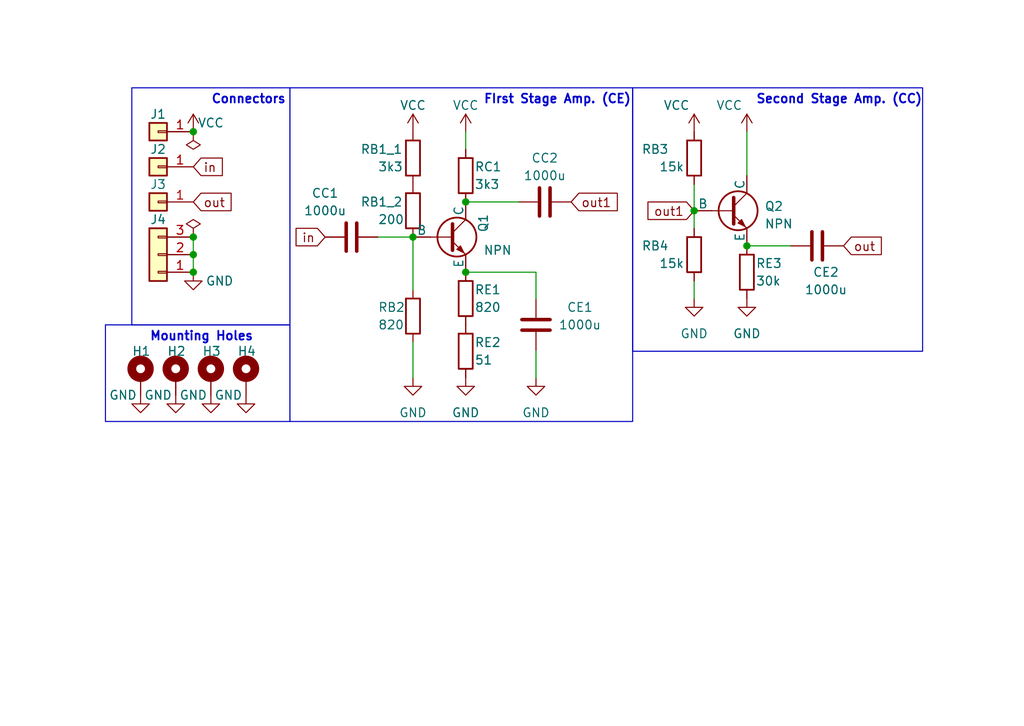
<source format=kicad_sch>
(kicad_sch (version 20230121) (generator eeschema)

  (uuid 0b506e84-cbbd-4cac-bfc6-9531527164f0)

  (paper "User" 148.006 105.004)

  (title_block
    (title "Transistor Amplifier")
    (date "2024-03-19")
    (company "Institut Teknologi Bandung")
    (comment 1 "Bostang Palaguna")
    (comment 2 "Designed by :")
  )

  (lib_symbols
    (symbol "Connector_Generic:Conn_01x01" (pin_names (offset 1.016) hide) (in_bom yes) (on_board yes)
      (property "Reference" "J" (at 0 2.54 0)
        (effects (font (size 1.27 1.27)))
      )
      (property "Value" "Conn_01x01" (at 0 -2.54 0)
        (effects (font (size 1.27 1.27)))
      )
      (property "Footprint" "" (at 0 0 0)
        (effects (font (size 1.27 1.27)) hide)
      )
      (property "Datasheet" "~" (at 0 0 0)
        (effects (font (size 1.27 1.27)) hide)
      )
      (property "ki_keywords" "connector" (at 0 0 0)
        (effects (font (size 1.27 1.27)) hide)
      )
      (property "ki_description" "Generic connector, single row, 01x01, script generated (kicad-library-utils/schlib/autogen/connector/)" (at 0 0 0)
        (effects (font (size 1.27 1.27)) hide)
      )
      (property "ki_fp_filters" "Connector*:*_1x??_*" (at 0 0 0)
        (effects (font (size 1.27 1.27)) hide)
      )
      (symbol "Conn_01x01_1_1"
        (rectangle (start -1.27 0.127) (end 0 -0.127)
          (stroke (width 0.1524) (type default))
          (fill (type none))
        )
        (rectangle (start -1.27 1.27) (end 1.27 -1.27)
          (stroke (width 0.254) (type default))
          (fill (type background))
        )
        (pin passive line (at -5.08 0 0) (length 3.81)
          (name "Pin_1" (effects (font (size 1.27 1.27))))
          (number "1" (effects (font (size 1.27 1.27))))
        )
      )
    )
    (symbol "Connector_Generic:Conn_01x03" (pin_names (offset 1.016) hide) (in_bom yes) (on_board yes)
      (property "Reference" "J" (at 0 5.08 0)
        (effects (font (size 1.27 1.27)))
      )
      (property "Value" "Conn_01x03" (at 0 -5.08 0)
        (effects (font (size 1.27 1.27)))
      )
      (property "Footprint" "" (at 0 0 0)
        (effects (font (size 1.27 1.27)) hide)
      )
      (property "Datasheet" "~" (at 0 0 0)
        (effects (font (size 1.27 1.27)) hide)
      )
      (property "ki_keywords" "connector" (at 0 0 0)
        (effects (font (size 1.27 1.27)) hide)
      )
      (property "ki_description" "Generic connector, single row, 01x03, script generated (kicad-library-utils/schlib/autogen/connector/)" (at 0 0 0)
        (effects (font (size 1.27 1.27)) hide)
      )
      (property "ki_fp_filters" "Connector*:*_1x??_*" (at 0 0 0)
        (effects (font (size 1.27 1.27)) hide)
      )
      (symbol "Conn_01x03_1_1"
        (rectangle (start -1.27 -2.413) (end 0 -2.667)
          (stroke (width 0.1524) (type default))
          (fill (type none))
        )
        (rectangle (start -1.27 0.127) (end 0 -0.127)
          (stroke (width 0.1524) (type default))
          (fill (type none))
        )
        (rectangle (start -1.27 2.667) (end 0 2.413)
          (stroke (width 0.1524) (type default))
          (fill (type none))
        )
        (rectangle (start -1.27 3.81) (end 1.27 -3.81)
          (stroke (width 0.254) (type default))
          (fill (type background))
        )
        (pin passive line (at -5.08 2.54 0) (length 3.81)
          (name "Pin_1" (effects (font (size 1.27 1.27))))
          (number "1" (effects (font (size 1.27 1.27))))
        )
        (pin passive line (at -5.08 0 0) (length 3.81)
          (name "Pin_2" (effects (font (size 1.27 1.27))))
          (number "2" (effects (font (size 1.27 1.27))))
        )
        (pin passive line (at -5.08 -2.54 0) (length 3.81)
          (name "Pin_3" (effects (font (size 1.27 1.27))))
          (number "3" (effects (font (size 1.27 1.27))))
        )
      )
    )
    (symbol "Device:C" (pin_numbers hide) (pin_names (offset 0.254)) (in_bom yes) (on_board yes)
      (property "Reference" "C" (at 0.635 2.54 0)
        (effects (font (size 1.27 1.27)) (justify left))
      )
      (property "Value" "C" (at 0.635 -2.54 0)
        (effects (font (size 1.27 1.27)) (justify left))
      )
      (property "Footprint" "" (at 0.9652 -3.81 0)
        (effects (font (size 1.27 1.27)) hide)
      )
      (property "Datasheet" "~" (at 0 0 0)
        (effects (font (size 1.27 1.27)) hide)
      )
      (property "ki_keywords" "cap capacitor" (at 0 0 0)
        (effects (font (size 1.27 1.27)) hide)
      )
      (property "ki_description" "Unpolarized capacitor" (at 0 0 0)
        (effects (font (size 1.27 1.27)) hide)
      )
      (property "ki_fp_filters" "C_*" (at 0 0 0)
        (effects (font (size 1.27 1.27)) hide)
      )
      (symbol "C_0_1"
        (polyline
          (pts
            (xy -2.032 -0.762)
            (xy 2.032 -0.762)
          )
          (stroke (width 0.508) (type default))
          (fill (type none))
        )
        (polyline
          (pts
            (xy -2.032 0.762)
            (xy 2.032 0.762)
          )
          (stroke (width 0.508) (type default))
          (fill (type none))
        )
      )
      (symbol "C_1_1"
        (pin passive line (at 0 3.81 270) (length 2.794)
          (name "~" (effects (font (size 1.27 1.27))))
          (number "1" (effects (font (size 1.27 1.27))))
        )
        (pin passive line (at 0 -3.81 90) (length 2.794)
          (name "~" (effects (font (size 1.27 1.27))))
          (number "2" (effects (font (size 1.27 1.27))))
        )
      )
    )
    (symbol "Device:R" (pin_numbers hide) (pin_names (offset 0)) (in_bom yes) (on_board yes)
      (property "Reference" "R" (at 2.032 0 90)
        (effects (font (size 1.27 1.27)))
      )
      (property "Value" "R" (at 0 0 90)
        (effects (font (size 1.27 1.27)))
      )
      (property "Footprint" "" (at -1.778 0 90)
        (effects (font (size 1.27 1.27)) hide)
      )
      (property "Datasheet" "~" (at 0 0 0)
        (effects (font (size 1.27 1.27)) hide)
      )
      (property "ki_keywords" "R res resistor" (at 0 0 0)
        (effects (font (size 1.27 1.27)) hide)
      )
      (property "ki_description" "Resistor" (at 0 0 0)
        (effects (font (size 1.27 1.27)) hide)
      )
      (property "ki_fp_filters" "R_*" (at 0 0 0)
        (effects (font (size 1.27 1.27)) hide)
      )
      (symbol "R_0_1"
        (rectangle (start -1.016 -2.54) (end 1.016 2.54)
          (stroke (width 0.254) (type default))
          (fill (type none))
        )
      )
      (symbol "R_1_1"
        (pin passive line (at 0 3.81 270) (length 1.27)
          (name "~" (effects (font (size 1.27 1.27))))
          (number "1" (effects (font (size 1.27 1.27))))
        )
        (pin passive line (at 0 -3.81 90) (length 1.27)
          (name "~" (effects (font (size 1.27 1.27))))
          (number "2" (effects (font (size 1.27 1.27))))
        )
      )
    )
    (symbol "Mechanical:MountingHole_Pad" (pin_numbers hide) (pin_names (offset 1.016) hide) (in_bom yes) (on_board yes)
      (property "Reference" "H" (at 0 6.35 0)
        (effects (font (size 1.27 1.27)))
      )
      (property "Value" "MountingHole_Pad" (at 0 4.445 0)
        (effects (font (size 1.27 1.27)))
      )
      (property "Footprint" "" (at 0 0 0)
        (effects (font (size 1.27 1.27)) hide)
      )
      (property "Datasheet" "~" (at 0 0 0)
        (effects (font (size 1.27 1.27)) hide)
      )
      (property "ki_keywords" "mounting hole" (at 0 0 0)
        (effects (font (size 1.27 1.27)) hide)
      )
      (property "ki_description" "Mounting Hole with connection" (at 0 0 0)
        (effects (font (size 1.27 1.27)) hide)
      )
      (property "ki_fp_filters" "MountingHole*Pad*" (at 0 0 0)
        (effects (font (size 1.27 1.27)) hide)
      )
      (symbol "MountingHole_Pad_0_1"
        (circle (center 0 1.27) (radius 1.27)
          (stroke (width 1.27) (type default))
          (fill (type none))
        )
      )
      (symbol "MountingHole_Pad_1_1"
        (pin input line (at 0 -2.54 90) (length 2.54)
          (name "1" (effects (font (size 1.27 1.27))))
          (number "1" (effects (font (size 1.27 1.27))))
        )
      )
    )
    (symbol "Simulation_SPICE:NPN" (pin_numbers hide) (pin_names (offset 0)) (in_bom yes) (on_board yes)
      (property "Reference" "Q" (at -2.54 7.62 0)
        (effects (font (size 1.27 1.27)))
      )
      (property "Value" "NPN" (at -2.54 5.08 0)
        (effects (font (size 1.27 1.27)))
      )
      (property "Footprint" "" (at 63.5 0 0)
        (effects (font (size 1.27 1.27)) hide)
      )
      (property "Datasheet" "~" (at 63.5 0 0)
        (effects (font (size 1.27 1.27)) hide)
      )
      (property "Sim.Device" "NPN" (at 0 0 0)
        (effects (font (size 1.27 1.27)) hide)
      )
      (property "Sim.Type" "GUMMELPOON" (at 0 0 0)
        (effects (font (size 1.27 1.27)) hide)
      )
      (property "Sim.Pins" "1=C 2=B 3=E" (at 0 0 0)
        (effects (font (size 1.27 1.27)) hide)
      )
      (property "ki_keywords" "simulation" (at 0 0 0)
        (effects (font (size 1.27 1.27)) hide)
      )
      (property "ki_description" "Bipolar transistor symbol for simulation only, substrate tied to the emitter" (at 0 0 0)
        (effects (font (size 1.27 1.27)) hide)
      )
      (symbol "NPN_0_1"
        (polyline
          (pts
            (xy -2.54 0)
            (xy 0.635 0)
          )
          (stroke (width 0.1524) (type default))
          (fill (type none))
        )
        (polyline
          (pts
            (xy 0.635 0.635)
            (xy 2.54 2.54)
          )
          (stroke (width 0) (type default))
          (fill (type none))
        )
        (polyline
          (pts
            (xy 2.794 -1.27)
            (xy 2.794 -1.27)
          )
          (stroke (width 0.1524) (type default))
          (fill (type none))
        )
        (polyline
          (pts
            (xy 2.794 -1.27)
            (xy 2.794 -1.27)
          )
          (stroke (width 0.1524) (type default))
          (fill (type none))
        )
        (polyline
          (pts
            (xy 0.635 -0.635)
            (xy 2.54 -2.54)
            (xy 2.54 -2.54)
          )
          (stroke (width 0) (type default))
          (fill (type none))
        )
        (polyline
          (pts
            (xy 0.635 1.905)
            (xy 0.635 -1.905)
            (xy 0.635 -1.905)
          )
          (stroke (width 0.508) (type default))
          (fill (type none))
        )
        (polyline
          (pts
            (xy 1.27 -1.778)
            (xy 1.778 -1.27)
            (xy 2.286 -2.286)
            (xy 1.27 -1.778)
            (xy 1.27 -1.778)
          )
          (stroke (width 0) (type default))
          (fill (type outline))
        )
        (circle (center 1.27 0) (radius 2.8194)
          (stroke (width 0.254) (type default))
          (fill (type none))
        )
      )
      (symbol "NPN_1_1"
        (pin open_collector line (at 2.54 5.08 270) (length 2.54)
          (name "C" (effects (font (size 1.27 1.27))))
          (number "1" (effects (font (size 1.27 1.27))))
        )
        (pin input line (at -5.08 0 0) (length 2.54)
          (name "B" (effects (font (size 1.27 1.27))))
          (number "2" (effects (font (size 1.27 1.27))))
        )
        (pin open_emitter line (at 2.54 -5.08 90) (length 2.54)
          (name "E" (effects (font (size 1.27 1.27))))
          (number "3" (effects (font (size 1.27 1.27))))
        )
      )
    )
    (symbol "power:GND" (power) (pin_names (offset 0)) (in_bom yes) (on_board yes)
      (property "Reference" "#PWR" (at 0 -6.35 0)
        (effects (font (size 1.27 1.27)) hide)
      )
      (property "Value" "GND" (at 0 -3.81 0)
        (effects (font (size 1.27 1.27)))
      )
      (property "Footprint" "" (at 0 0 0)
        (effects (font (size 1.27 1.27)) hide)
      )
      (property "Datasheet" "" (at 0 0 0)
        (effects (font (size 1.27 1.27)) hide)
      )
      (property "ki_keywords" "global power" (at 0 0 0)
        (effects (font (size 1.27 1.27)) hide)
      )
      (property "ki_description" "Power symbol creates a global label with name \"GND\" , ground" (at 0 0 0)
        (effects (font (size 1.27 1.27)) hide)
      )
      (symbol "GND_0_1"
        (polyline
          (pts
            (xy 0 0)
            (xy 0 -1.27)
            (xy 1.27 -1.27)
            (xy 0 -2.54)
            (xy -1.27 -1.27)
            (xy 0 -1.27)
          )
          (stroke (width 0) (type default))
          (fill (type none))
        )
      )
      (symbol "GND_1_1"
        (pin power_in line (at 0 0 270) (length 0) hide
          (name "GND" (effects (font (size 1.27 1.27))))
          (number "1" (effects (font (size 1.27 1.27))))
        )
      )
    )
    (symbol "power:PWR_FLAG" (power) (pin_numbers hide) (pin_names (offset 0) hide) (in_bom yes) (on_board yes)
      (property "Reference" "#FLG" (at 0 1.905 0)
        (effects (font (size 1.27 1.27)) hide)
      )
      (property "Value" "PWR_FLAG" (at 0 3.81 0)
        (effects (font (size 1.27 1.27)))
      )
      (property "Footprint" "" (at 0 0 0)
        (effects (font (size 1.27 1.27)) hide)
      )
      (property "Datasheet" "~" (at 0 0 0)
        (effects (font (size 1.27 1.27)) hide)
      )
      (property "ki_keywords" "flag power" (at 0 0 0)
        (effects (font (size 1.27 1.27)) hide)
      )
      (property "ki_description" "Special symbol for telling ERC where power comes from" (at 0 0 0)
        (effects (font (size 1.27 1.27)) hide)
      )
      (symbol "PWR_FLAG_0_0"
        (pin power_out line (at 0 0 90) (length 0)
          (name "pwr" (effects (font (size 1.27 1.27))))
          (number "1" (effects (font (size 1.27 1.27))))
        )
      )
      (symbol "PWR_FLAG_0_1"
        (polyline
          (pts
            (xy 0 0)
            (xy 0 1.27)
            (xy -1.016 1.905)
            (xy 0 2.54)
            (xy 1.016 1.905)
            (xy 0 1.27)
          )
          (stroke (width 0) (type default))
          (fill (type none))
        )
      )
    )
    (symbol "power:VCC" (power) (pin_names (offset 0)) (in_bom yes) (on_board yes)
      (property "Reference" "#PWR" (at 0 -3.81 0)
        (effects (font (size 1.27 1.27)) hide)
      )
      (property "Value" "VCC" (at 0 3.81 0)
        (effects (font (size 1.27 1.27)))
      )
      (property "Footprint" "" (at 0 0 0)
        (effects (font (size 1.27 1.27)) hide)
      )
      (property "Datasheet" "" (at 0 0 0)
        (effects (font (size 1.27 1.27)) hide)
      )
      (property "ki_keywords" "global power" (at 0 0 0)
        (effects (font (size 1.27 1.27)) hide)
      )
      (property "ki_description" "Power symbol creates a global label with name \"VCC\"" (at 0 0 0)
        (effects (font (size 1.27 1.27)) hide)
      )
      (symbol "VCC_0_1"
        (polyline
          (pts
            (xy -0.762 1.27)
            (xy 0 2.54)
          )
          (stroke (width 0) (type default))
          (fill (type none))
        )
        (polyline
          (pts
            (xy 0 0)
            (xy 0 2.54)
          )
          (stroke (width 0) (type default))
          (fill (type none))
        )
        (polyline
          (pts
            (xy 0 2.54)
            (xy 0.762 1.27)
          )
          (stroke (width 0) (type default))
          (fill (type none))
        )
      )
      (symbol "VCC_1_1"
        (pin power_in line (at 0 0 90) (length 0) hide
          (name "VCC" (effects (font (size 1.27 1.27))))
          (number "1" (effects (font (size 1.27 1.27))))
        )
      )
    )
  )


  (junction (at 100.33 30.48) (diameter 0) (color 0 0 0 0)
    (uuid 4212ebc4-23d3-44be-bc2c-f0e0974240fc)
  )
  (junction (at 27.94 34.29) (diameter 0) (color 0 0 0 0)
    (uuid 670b1825-87cc-41bc-9941-a032cc85c30b)
  )
  (junction (at 107.95 35.56) (diameter 0) (color 0 0 0 0)
    (uuid 6c39378c-6c33-4e1c-bf77-7f171a5ce97f)
  )
  (junction (at 67.31 39.37) (diameter 0) (color 0 0 0 0)
    (uuid 7cac443f-61b8-4bef-8785-ca3388f0174d)
  )
  (junction (at 67.31 29.21) (diameter 0) (color 0 0 0 0)
    (uuid a81c8f01-c7e5-492d-944a-4e6d1bb40cb0)
  )
  (junction (at 27.94 19.05) (diameter 0) (color 0 0 0 0)
    (uuid ba060b62-2031-49f7-a5f3-ee88fb5d348f)
  )
  (junction (at 27.94 39.37) (diameter 0) (color 0 0 0 0)
    (uuid c10bd32d-6ccc-4cc3-a733-716f6d996a6f)
  )
  (junction (at 27.94 36.83) (diameter 0) (color 0 0 0 0)
    (uuid c2d90b94-aa36-4d1e-b9ff-17e68370c32f)
  )
  (junction (at 59.69 34.29) (diameter 0) (color 0 0 0 0)
    (uuid ff190ec0-eb5d-45ee-9f4d-63ca0e2df715)
  )

  (wire (pts (xy 77.47 54.61) (xy 77.47 50.8))
    (stroke (width 0) (type default))
    (uuid 0ad75a89-33b8-435c-a37c-788a6911a7d3)
  )
  (wire (pts (xy 27.94 34.29) (xy 27.94 36.83))
    (stroke (width 0) (type default))
    (uuid 130d820e-39db-45cc-8878-d745d0530beb)
  )
  (wire (pts (xy 114.3 35.56) (xy 107.95 35.56))
    (stroke (width 0) (type default))
    (uuid 17896b81-dd7f-4e7f-bb4c-8b67e89e8f6e)
  )
  (wire (pts (xy 77.47 43.18) (xy 77.47 39.37))
    (stroke (width 0) (type default))
    (uuid 28a64424-d878-4bb9-8ac3-90b2ded68f62)
  )
  (wire (pts (xy 54.61 34.29) (xy 59.69 34.29))
    (stroke (width 0) (type default))
    (uuid 31a76e3e-c985-4c72-977b-3c616f544bde)
  )
  (wire (pts (xy 107.95 19.05) (xy 107.95 25.4))
    (stroke (width 0) (type default))
    (uuid 375a1ea0-aec9-4da2-b36e-3252dadab811)
  )
  (wire (pts (xy 100.33 33.02) (xy 100.33 30.48))
    (stroke (width 0) (type default))
    (uuid 42ef74a5-7446-4d61-bff7-b8440b73e55d)
  )
  (wire (pts (xy 59.69 41.91) (xy 59.69 34.29))
    (stroke (width 0) (type default))
    (uuid 5a78e1fc-759e-44de-bc71-cf5adfa5544d)
  )
  (wire (pts (xy 100.33 43.18) (xy 100.33 40.64))
    (stroke (width 0) (type default))
    (uuid 6ba27fff-1806-41f7-a112-1e85f2647b7f)
  )
  (wire (pts (xy 100.33 26.67) (xy 100.33 30.48))
    (stroke (width 0) (type default))
    (uuid 873a0557-b9a0-432a-9fea-ccd7ac5b2ec0)
  )
  (wire (pts (xy 67.31 19.05) (xy 67.31 21.59))
    (stroke (width 0) (type default))
    (uuid a456657d-1cff-4818-bc7f-984143be91fc)
  )
  (wire (pts (xy 59.69 54.61) (xy 59.69 49.53))
    (stroke (width 0) (type default))
    (uuid a9948c70-b7db-4dd4-ae4f-8e2d85c60b0c)
  )
  (wire (pts (xy 74.93 29.21) (xy 67.31 29.21))
    (stroke (width 0) (type default))
    (uuid da86ce4c-7527-4f12-8054-63df53ae3a27)
  )
  (wire (pts (xy 67.31 39.37) (xy 77.47 39.37))
    (stroke (width 0) (type default))
    (uuid e501dbc4-c1ad-4a49-b600-48467aa8eb85)
  )
  (wire (pts (xy 27.94 36.83) (xy 27.94 39.37))
    (stroke (width 0) (type default))
    (uuid ede173c0-9b6d-4241-bba7-308a40f422f4)
  )

  (rectangle (start 41.91 12.7) (end 91.44 60.96)
    (stroke (width 0) (type default))
    (fill (type none))
    (uuid 2c395b40-3ebb-479f-97f7-177a106accd6)
  )
  (rectangle (start 91.44 12.7) (end 133.35 50.8)
    (stroke (width 0) (type default))
    (fill (type none))
    (uuid 4307eab7-e1d9-4274-9c99-cbe734f8ff07)
  )
  (rectangle (start 15.24 46.99) (end 41.91 60.96)
    (stroke (width 0) (type default))
    (fill (type none))
    (uuid 6ff91aa6-feb1-4072-b9c2-b1c42d320500)
  )
  (rectangle (start 19.05 12.7) (end 41.91 46.99)
    (stroke (width 0) (type default))
    (fill (type none))
    (uuid 809b453f-c679-41fd-8aa3-b6a36124e458)
  )

  (text "Second Stage Amp. (CC)" (at 109.22 15.24 0)
    (effects (font (size 1.27 1.27) (thickness 0.254) bold) (justify left bottom))
    (uuid 15fbccd2-f689-411b-9290-731e20d8b568)
  )
  (text "Mounting Holes" (at 21.59 49.53 0)
    (effects (font (size 1.27 1.27) (thickness 0.254) bold) (justify left bottom))
    (uuid 767a1030-64b8-44ee-aa3b-86b99d958409)
  )
  (text "FIrst Stage Amp. (CE)" (at 69.85 15.24 0)
    (effects (font (size 1.27 1.27) (thickness 0.254) bold) (justify left bottom))
    (uuid 85ca0172-078a-4b99-bd6d-09fa2b360b12)
  )
  (text "Connectors" (at 30.48 15.24 0)
    (effects (font (size 1.27 1.27) (thickness 0.254) bold) (justify left bottom))
    (uuid fbe23e64-fcee-4440-8fd8-046c698a4742)
  )

  (global_label "in" (shape input) (at 46.99 34.29 180) (fields_autoplaced)
    (effects (font (size 1.27 1.27)) (justify right))
    (uuid 02b13c8b-5c43-43e6-b269-f6930c1357c0)
    (property "Intersheetrefs" "${INTERSHEET_REFS}" (at 42.3304 34.29 0)
      (effects (font (size 1.27 1.27)) (justify right) hide)
    )
  )
  (global_label "out1" (shape input) (at 82.55 29.21 0) (fields_autoplaced)
    (effects (font (size 1.27 1.27)) (justify left))
    (uuid 0e4ec9ae-b4a3-4082-9cd7-0f7bca5e2437)
    (property "Intersheetrefs" "${INTERSHEET_REFS}" (at 89.689 29.21 0)
      (effects (font (size 1.27 1.27)) (justify left) hide)
    )
  )
  (global_label "in" (shape input) (at 27.94 24.13 0) (fields_autoplaced)
    (effects (font (size 1.27 1.27)) (justify left))
    (uuid 2c28f6ed-37dd-40e9-90de-9282de56dc2f)
    (property "Intersheetrefs" "${INTERSHEET_REFS}" (at 32.5996 24.13 0)
      (effects (font (size 1.27 1.27)) (justify left) hide)
    )
  )
  (global_label "out" (shape input) (at 121.92 35.56 0) (fields_autoplaced)
    (effects (font (size 1.27 1.27)) (justify left))
    (uuid 75487a09-13fc-4bc5-a4ec-b2a9b3d8df77)
    (property "Intersheetrefs" "${INTERSHEET_REFS}" (at 127.8495 35.56 0)
      (effects (font (size 1.27 1.27)) (justify left) hide)
    )
  )
  (global_label "out1" (shape input) (at 100.33 30.48 180) (fields_autoplaced)
    (effects (font (size 1.27 1.27)) (justify right))
    (uuid 9c354342-225e-4cb1-80fb-b571202637f7)
    (property "Intersheetrefs" "${INTERSHEET_REFS}" (at 93.191 30.48 0)
      (effects (font (size 1.27 1.27)) (justify right) hide)
    )
  )
  (global_label "out" (shape input) (at 27.94 29.21 0) (fields_autoplaced)
    (effects (font (size 1.27 1.27)) (justify left))
    (uuid d37c4785-3ee0-418f-8a0b-0eeaf726cd3e)
    (property "Intersheetrefs" "${INTERSHEET_REFS}" (at 33.8695 29.21 0)
      (effects (font (size 1.27 1.27)) (justify left) hide)
    )
  )

  (symbol (lib_id "Connector_Generic:Conn_01x01") (at 22.86 24.13 180) (unit 1)
    (in_bom yes) (on_board yes) (dnp no)
    (uuid 0160b41b-9647-4593-98d9-0f54c8d58aec)
    (property "Reference" "J2" (at 22.86 21.59 0)
      (effects (font (size 1.27 1.27)))
    )
    (property "Value" "Conn_01x01" (at 22.86 21.59 0)
      (effects (font (size 1.27 1.27)) hide)
    )
    (property "Footprint" "Connector:Banana_Jack_1Pin" (at 22.86 24.13 0)
      (effects (font (size 1.27 1.27)) hide)
    )
    (property "Datasheet" "~" (at 22.86 24.13 0)
      (effects (font (size 1.27 1.27)) hide)
    )
    (pin "1" (uuid 3c6aaeb1-7578-4664-834d-13e345460d2b))
    (instances
      (project "transistor_amplifier"
        (path "/0b506e84-cbbd-4cac-bfc6-9531527164f0"
          (reference "J2") (unit 1)
        )
      )
    )
  )

  (symbol (lib_id "Connector_Generic:Conn_01x01") (at 22.86 19.05 180) (unit 1)
    (in_bom yes) (on_board yes) (dnp no)
    (uuid 0609847b-cba4-4753-9848-87469587b7da)
    (property "Reference" "J1" (at 22.86 16.51 0)
      (effects (font (size 1.27 1.27)))
    )
    (property "Value" "Conn_01x01" (at 22.86 16.51 0)
      (effects (font (size 1.27 1.27)) hide)
    )
    (property "Footprint" "Connector:Banana_Jack_1Pin" (at 22.86 19.05 0)
      (effects (font (size 1.27 1.27)) hide)
    )
    (property "Datasheet" "~" (at 22.86 19.05 0)
      (effects (font (size 1.27 1.27)) hide)
    )
    (pin "1" (uuid c199143d-edae-4f95-9aa5-23a038e4e758))
    (instances
      (project "transistor_amplifier"
        (path "/0b506e84-cbbd-4cac-bfc6-9531527164f0"
          (reference "J1") (unit 1)
        )
      )
    )
  )

  (symbol (lib_id "power:GND") (at 27.94 39.37 0) (unit 1)
    (in_bom yes) (on_board yes) (dnp no)
    (uuid 0724838d-f79b-4f0f-9107-42e1ea441cdb)
    (property "Reference" "#PWR04" (at 27.94 45.72 0)
      (effects (font (size 1.27 1.27)) hide)
    )
    (property "Value" "GND" (at 31.75 40.64 0)
      (effects (font (size 1.27 1.27)))
    )
    (property "Footprint" "" (at 27.94 39.37 0)
      (effects (font (size 1.27 1.27)) hide)
    )
    (property "Datasheet" "" (at 27.94 39.37 0)
      (effects (font (size 1.27 1.27)) hide)
    )
    (pin "1" (uuid 3d632054-a45f-476c-9a22-921966a482b8))
    (instances
      (project "transistor_amplifier"
        (path "/0b506e84-cbbd-4cac-bfc6-9531527164f0"
          (reference "#PWR04") (unit 1)
        )
      )
    )
  )

  (symbol (lib_id "power:VCC") (at 27.94 19.05 0) (unit 1)
    (in_bom yes) (on_board yes) (dnp no)
    (uuid 0c844311-3020-4da5-83f9-cc2a73d6c63b)
    (property "Reference" "#PWR03" (at 27.94 22.86 0)
      (effects (font (size 1.27 1.27)) hide)
    )
    (property "Value" "VCC" (at 30.48 17.78 0)
      (effects (font (size 1.27 1.27)))
    )
    (property "Footprint" "" (at 27.94 19.05 0)
      (effects (font (size 1.27 1.27)) hide)
    )
    (property "Datasheet" "" (at 27.94 19.05 0)
      (effects (font (size 1.27 1.27)) hide)
    )
    (pin "1" (uuid cf748a9e-b67d-40d3-b2d2-4aff19dc86c6))
    (instances
      (project "transistor_amplifier"
        (path "/0b506e84-cbbd-4cac-bfc6-9531527164f0"
          (reference "#PWR03") (unit 1)
        )
      )
    )
  )

  (symbol (lib_id "power:GND") (at 107.95 43.18 0) (unit 1)
    (in_bom yes) (on_board yes) (dnp no) (fields_autoplaced)
    (uuid 1366a192-7805-4100-9623-e536a908623a)
    (property "Reference" "#PWR09" (at 107.95 49.53 0)
      (effects (font (size 1.27 1.27)) hide)
    )
    (property "Value" "GND" (at 107.95 48.26 0)
      (effects (font (size 1.27 1.27)))
    )
    (property "Footprint" "" (at 107.95 43.18 0)
      (effects (font (size 1.27 1.27)) hide)
    )
    (property "Datasheet" "" (at 107.95 43.18 0)
      (effects (font (size 1.27 1.27)) hide)
    )
    (pin "1" (uuid 6be79ae3-f631-45f9-9fda-a1cf1c3641fb))
    (instances
      (project "transistor_amplifier"
        (path "/0b506e84-cbbd-4cac-bfc6-9531527164f0"
          (reference "#PWR09") (unit 1)
        )
      )
    )
  )

  (symbol (lib_id "power:PWR_FLAG") (at 27.94 34.29 0) (unit 1)
    (in_bom yes) (on_board yes) (dnp no) (fields_autoplaced)
    (uuid 15d0914b-d1ae-4f60-aff7-284ad8468bfa)
    (property "Reference" "#FLG02" (at 27.94 32.385 0)
      (effects (font (size 1.27 1.27)) hide)
    )
    (property "Value" "PWR_FLAG" (at 27.94 29.21 0)
      (effects (font (size 1.27 1.27)) hide)
    )
    (property "Footprint" "" (at 27.94 34.29 0)
      (effects (font (size 1.27 1.27)) hide)
    )
    (property "Datasheet" "~" (at 27.94 34.29 0)
      (effects (font (size 1.27 1.27)) hide)
    )
    (pin "1" (uuid 495333fa-5272-4d08-bbc6-13a8e74f2c94))
    (instances
      (project "transistor_amplifier"
        (path "/0b506e84-cbbd-4cac-bfc6-9531527164f0"
          (reference "#FLG02") (unit 1)
        )
      )
    )
  )

  (symbol (lib_id "Device:R") (at 67.31 25.4 0) (unit 1)
    (in_bom yes) (on_board yes) (dnp no)
    (uuid 32767d57-5c7c-493f-b846-28e9ba6b7c21)
    (property "Reference" "RC1" (at 68.58 24.13 0)
      (effects (font (size 1.27 1.27)) (justify left))
    )
    (property "Value" "3k3" (at 68.58 26.67 0)
      (effects (font (size 1.27 1.27)) (justify left))
    )
    (property "Footprint" "Resistor_SMD:R_0805_2012Metric" (at 65.532 25.4 90)
      (effects (font (size 1.27 1.27)) hide)
    )
    (property "Datasheet" "~" (at 67.31 25.4 0)
      (effects (font (size 1.27 1.27)) hide)
    )
    (pin "1" (uuid 13328e82-7f18-4429-bbfe-23473bbe9757))
    (pin "2" (uuid daec4257-08c5-4b98-a807-a959c73612c8))
    (instances
      (project "transistor_amplifier"
        (path "/0b506e84-cbbd-4cac-bfc6-9531527164f0"
          (reference "RC1") (unit 1)
        )
      )
    )
  )

  (symbol (lib_id "Simulation_SPICE:NPN") (at 105.41 30.48 0) (unit 1)
    (in_bom yes) (on_board yes) (dnp no) (fields_autoplaced)
    (uuid 38006b68-451f-4f7c-922c-eb623476b23d)
    (property "Reference" "Q2" (at 110.49 29.845 0)
      (effects (font (size 1.27 1.27)) (justify left))
    )
    (property "Value" "NPN" (at 110.49 32.385 0)
      (effects (font (size 1.27 1.27)) (justify left))
    )
    (property "Footprint" "Package_TO_SOT_THT:TO-92_Inline" (at 168.91 30.48 0)
      (effects (font (size 1.27 1.27)) hide)
    )
    (property "Datasheet" "~" (at 168.91 30.48 0)
      (effects (font (size 1.27 1.27)) hide)
    )
    (property "Sim.Device" "NPN" (at 105.41 30.48 0)
      (effects (font (size 1.27 1.27)) hide)
    )
    (property "Sim.Type" "GUMMELPOON" (at 105.41 30.48 0)
      (effects (font (size 1.27 1.27)) hide)
    )
    (property "Sim.Pins" "1=C 2=B 3=E" (at 105.41 30.48 0)
      (effects (font (size 1.27 1.27)) hide)
    )
    (pin "1" (uuid 86e0e755-a6a0-464f-b40e-a72e75cf3218))
    (pin "2" (uuid b37a04f0-b248-453d-a003-a3c693dfba2e))
    (pin "3" (uuid 68642f71-d256-4ebc-8832-72304f034b4e))
    (instances
      (project "transistor_amplifier"
        (path "/0b506e84-cbbd-4cac-bfc6-9531527164f0"
          (reference "Q2") (unit 1)
        )
      )
    )
  )

  (symbol (lib_id "power:PWR_FLAG") (at 27.94 19.05 180) (unit 1)
    (in_bom yes) (on_board yes) (dnp no) (fields_autoplaced)
    (uuid 3f3e2492-8466-4148-a323-91447e982121)
    (property "Reference" "#FLG01" (at 27.94 20.955 0)
      (effects (font (size 1.27 1.27)) hide)
    )
    (property "Value" "PWR_FLAG" (at 27.94 24.13 0)
      (effects (font (size 1.27 1.27)) hide)
    )
    (property "Footprint" "" (at 27.94 19.05 0)
      (effects (font (size 1.27 1.27)) hide)
    )
    (property "Datasheet" "~" (at 27.94 19.05 0)
      (effects (font (size 1.27 1.27)) hide)
    )
    (pin "1" (uuid 843b7b91-795b-44f8-9842-967022395777))
    (instances
      (project "transistor_amplifier"
        (path "/0b506e84-cbbd-4cac-bfc6-9531527164f0"
          (reference "#FLG01") (unit 1)
        )
      )
    )
  )

  (symbol (lib_id "power:GND") (at 20.32 57.15 0) (unit 1)
    (in_bom yes) (on_board yes) (dnp no)
    (uuid 41d59645-b7bf-4eac-9bc9-71c02121d69f)
    (property "Reference" "#PWR012" (at 20.32 63.5 0)
      (effects (font (size 1.27 1.27)) hide)
    )
    (property "Value" "GND" (at 17.78 57.15 0)
      (effects (font (size 1.27 1.27)))
    )
    (property "Footprint" "" (at 20.32 57.15 0)
      (effects (font (size 1.27 1.27)) hide)
    )
    (property "Datasheet" "" (at 20.32 57.15 0)
      (effects (font (size 1.27 1.27)) hide)
    )
    (pin "1" (uuid 8e4a27db-3041-4ce8-9525-f1533658ac22))
    (instances
      (project "transistor_amplifier"
        (path "/0b506e84-cbbd-4cac-bfc6-9531527164f0"
          (reference "#PWR012") (unit 1)
        )
      )
    )
  )

  (symbol (lib_id "Device:C") (at 118.11 35.56 270) (unit 1)
    (in_bom yes) (on_board yes) (dnp no)
    (uuid 4cc2af91-b7a1-4eb4-9f39-9ec0cda1dc2b)
    (property "Reference" "CE2" (at 119.38 39.37 90)
      (effects (font (size 1.27 1.27)))
    )
    (property "Value" "1000u" (at 119.38 41.91 90)
      (effects (font (size 1.27 1.27)))
    )
    (property "Footprint" "Capacitor_SMD:CP_Elec_10x10" (at 114.3 36.5252 0)
      (effects (font (size 1.27 1.27)) hide)
    )
    (property "Datasheet" "~" (at 118.11 35.56 0)
      (effects (font (size 1.27 1.27)) hide)
    )
    (pin "1" (uuid 70f3cc8f-0018-4af8-a877-0b199e32e3fb))
    (pin "2" (uuid eb7d8af4-8c18-4d03-bd53-f3b9b3457518))
    (instances
      (project "transistor_amplifier"
        (path "/0b506e84-cbbd-4cac-bfc6-9531527164f0"
          (reference "CE2") (unit 1)
        )
      )
    )
  )

  (symbol (lib_id "Device:C") (at 78.74 29.21 90) (unit 1)
    (in_bom yes) (on_board yes) (dnp no)
    (uuid 4e79d401-2b48-4f0b-8e63-8dfc7d0280d4)
    (property "Reference" "CC2" (at 78.74 22.86 90)
      (effects (font (size 1.27 1.27)))
    )
    (property "Value" "1000u" (at 78.74 25.4 90)
      (effects (font (size 1.27 1.27)))
    )
    (property "Footprint" "Capacitor_SMD:CP_Elec_10x10" (at 82.55 28.2448 0)
      (effects (font (size 1.27 1.27)) hide)
    )
    (property "Datasheet" "~" (at 78.74 29.21 0)
      (effects (font (size 1.27 1.27)) hide)
    )
    (pin "1" (uuid a8370f90-5279-495c-8059-899245243ae3))
    (pin "2" (uuid 68b6f91c-3e49-48b2-94fa-a53c87c19251))
    (instances
      (project "transistor_amplifier"
        (path "/0b506e84-cbbd-4cac-bfc6-9531527164f0"
          (reference "CC2") (unit 1)
        )
      )
    )
  )

  (symbol (lib_id "Connector_Generic:Conn_01x03") (at 22.86 36.83 180) (unit 1)
    (in_bom yes) (on_board yes) (dnp no)
    (uuid 4e7c65e9-4f3f-4338-a280-524579f9ef2d)
    (property "Reference" "J4" (at 22.86 31.75 0)
      (effects (font (size 1.27 1.27)))
    )
    (property "Value" "Conn_01x03" (at 22.86 31.75 0)
      (effects (font (size 1.27 1.27)) hide)
    )
    (property "Footprint" "Connector:Banana_Jack_3Pin" (at 22.86 36.83 0)
      (effects (font (size 1.27 1.27)) hide)
    )
    (property "Datasheet" "~" (at 22.86 36.83 0)
      (effects (font (size 1.27 1.27)) hide)
    )
    (pin "1" (uuid c0b77a12-2ad8-44f8-87ea-482e3276ab18))
    (pin "2" (uuid 8ddef9a8-5be6-45ef-858a-03b758da0d18))
    (pin "3" (uuid ace599a8-9383-4200-9a0f-3c5e120a2da6))
    (instances
      (project "transistor_amplifier"
        (path "/0b506e84-cbbd-4cac-bfc6-9531527164f0"
          (reference "J4") (unit 1)
        )
      )
    )
  )

  (symbol (lib_id "Device:R") (at 67.31 43.18 0) (unit 1)
    (in_bom yes) (on_board yes) (dnp no)
    (uuid 4f6da1a8-5e3f-4ca3-a7dc-92d53f2c2b7e)
    (property "Reference" "RE1" (at 68.58 41.91 0)
      (effects (font (size 1.27 1.27)) (justify left))
    )
    (property "Value" "820" (at 68.58 44.45 0)
      (effects (font (size 1.27 1.27)) (justify left))
    )
    (property "Footprint" "Resistor_SMD:R_0805_2012Metric" (at 65.532 43.18 90)
      (effects (font (size 1.27 1.27)) hide)
    )
    (property "Datasheet" "~" (at 67.31 43.18 0)
      (effects (font (size 1.27 1.27)) hide)
    )
    (pin "1" (uuid eef29814-f7f2-43df-85b1-bef3860ece96))
    (pin "2" (uuid ef3ddcd9-7778-471a-9601-05096d9eba15))
    (instances
      (project "transistor_amplifier"
        (path "/0b506e84-cbbd-4cac-bfc6-9531527164f0"
          (reference "RE1") (unit 1)
        )
      )
    )
  )

  (symbol (lib_id "Device:R") (at 59.69 30.48 0) (unit 1)
    (in_bom yes) (on_board yes) (dnp no)
    (uuid 50bbd8e6-7a6f-4844-ad77-a5b6d90dea2f)
    (property "Reference" "RB1_2" (at 52.07 29.21 0)
      (effects (font (size 1.27 1.27)) (justify left))
    )
    (property "Value" "200" (at 54.61 31.75 0)
      (effects (font (size 1.27 1.27)) (justify left))
    )
    (property "Footprint" "Resistor_SMD:R_0805_2012Metric" (at 57.912 30.48 90)
      (effects (font (size 1.27 1.27)) hide)
    )
    (property "Datasheet" "~" (at 59.69 30.48 0)
      (effects (font (size 1.27 1.27)) hide)
    )
    (pin "1" (uuid 73f6a338-df52-40f9-90eb-4e78d8122898))
    (pin "2" (uuid 1556fcd2-6b97-447b-b082-2c926e80a6ef))
    (instances
      (project "transistor_amplifier"
        (path "/0b506e84-cbbd-4cac-bfc6-9531527164f0"
          (reference "RB1_2") (unit 1)
        )
      )
    )
  )

  (symbol (lib_id "Device:R") (at 107.95 39.37 0) (unit 1)
    (in_bom yes) (on_board yes) (dnp no)
    (uuid 5e924191-8dcb-4ca3-bf27-a9481770f641)
    (property "Reference" "RE3" (at 109.22 38.1 0)
      (effects (font (size 1.27 1.27)) (justify left))
    )
    (property "Value" "30k" (at 109.22 40.64 0)
      (effects (font (size 1.27 1.27)) (justify left))
    )
    (property "Footprint" "Resistor_SMD:R_0805_2012Metric" (at 106.172 39.37 90)
      (effects (font (size 1.27 1.27)) hide)
    )
    (property "Datasheet" "~" (at 107.95 39.37 0)
      (effects (font (size 1.27 1.27)) hide)
    )
    (pin "1" (uuid 1b262560-af98-499e-88cb-f7127f7a041a))
    (pin "2" (uuid d922ef33-de0a-4ecf-82a0-333e4ba518c0))
    (instances
      (project "transistor_amplifier"
        (path "/0b506e84-cbbd-4cac-bfc6-9531527164f0"
          (reference "RE3") (unit 1)
        )
      )
    )
  )

  (symbol (lib_id "power:GND") (at 77.47 54.61 0) (unit 1)
    (in_bom yes) (on_board yes) (dnp no) (fields_autoplaced)
    (uuid 6374d88e-fc0c-4111-b20f-896e86abe21d)
    (property "Reference" "#PWR07" (at 77.47 60.96 0)
      (effects (font (size 1.27 1.27)) hide)
    )
    (property "Value" "GND" (at 77.47 59.69 0)
      (effects (font (size 1.27 1.27)))
    )
    (property "Footprint" "" (at 77.47 54.61 0)
      (effects (font (size 1.27 1.27)) hide)
    )
    (property "Datasheet" "" (at 77.47 54.61 0)
      (effects (font (size 1.27 1.27)) hide)
    )
    (pin "1" (uuid b6f03ab7-f6f0-495c-9611-74d02e8cba9b))
    (instances
      (project "transistor_amplifier"
        (path "/0b506e84-cbbd-4cac-bfc6-9531527164f0"
          (reference "#PWR07") (unit 1)
        )
      )
    )
  )

  (symbol (lib_id "power:GND") (at 100.33 43.18 0) (unit 1)
    (in_bom yes) (on_board yes) (dnp no) (fields_autoplaced)
    (uuid 642ac956-6fba-4a54-aec3-35cc555c7c2a)
    (property "Reference" "#PWR08" (at 100.33 49.53 0)
      (effects (font (size 1.27 1.27)) hide)
    )
    (property "Value" "GND" (at 100.33 48.26 0)
      (effects (font (size 1.27 1.27)))
    )
    (property "Footprint" "" (at 100.33 43.18 0)
      (effects (font (size 1.27 1.27)) hide)
    )
    (property "Datasheet" "" (at 100.33 43.18 0)
      (effects (font (size 1.27 1.27)) hide)
    )
    (pin "1" (uuid 796488bf-a46d-44ca-9474-20c834d07925))
    (instances
      (project "transistor_amplifier"
        (path "/0b506e84-cbbd-4cac-bfc6-9531527164f0"
          (reference "#PWR08") (unit 1)
        )
      )
    )
  )

  (symbol (lib_id "power:VCC") (at 59.69 19.05 0) (unit 1)
    (in_bom yes) (on_board yes) (dnp no) (fields_autoplaced)
    (uuid 6e4bd5b6-f08c-4930-9fe7-eb0ea84f09e5)
    (property "Reference" "#PWR02" (at 59.69 22.86 0)
      (effects (font (size 1.27 1.27)) hide)
    )
    (property "Value" "VCC" (at 59.69 15.24 0)
      (effects (font (size 1.27 1.27)))
    )
    (property "Footprint" "" (at 59.69 19.05 0)
      (effects (font (size 1.27 1.27)) hide)
    )
    (property "Datasheet" "" (at 59.69 19.05 0)
      (effects (font (size 1.27 1.27)) hide)
    )
    (pin "1" (uuid 8e97f96a-2841-4c98-abfd-d0e3df5c2ef9))
    (instances
      (project "transistor_amplifier"
        (path "/0b506e84-cbbd-4cac-bfc6-9531527164f0"
          (reference "#PWR02") (unit 1)
        )
      )
    )
  )

  (symbol (lib_id "Device:C") (at 50.8 34.29 90) (unit 1)
    (in_bom yes) (on_board yes) (dnp no)
    (uuid 72241c2e-36c5-4683-afa1-d0ace5b9754d)
    (property "Reference" "CC1" (at 46.99 27.94 90)
      (effects (font (size 1.27 1.27)))
    )
    (property "Value" "1000u" (at 46.99 30.48 90)
      (effects (font (size 1.27 1.27)))
    )
    (property "Footprint" "Capacitor_SMD:CP_Elec_10x10" (at 54.61 33.3248 0)
      (effects (font (size 1.27 1.27)) hide)
    )
    (property "Datasheet" "~" (at 50.8 34.29 0)
      (effects (font (size 1.27 1.27)) hide)
    )
    (pin "1" (uuid b53bd18d-f31b-4834-a6a5-aa51476c8fd9))
    (pin "2" (uuid 1bdd532a-91ac-4d53-ad8c-944a2442aa78))
    (instances
      (project "transistor_amplifier"
        (path "/0b506e84-cbbd-4cac-bfc6-9531527164f0"
          (reference "CC1") (unit 1)
        )
      )
    )
  )

  (symbol (lib_id "power:VCC") (at 67.31 19.05 0) (unit 1)
    (in_bom yes) (on_board yes) (dnp no) (fields_autoplaced)
    (uuid 775a9b0a-0475-4e3a-9e5d-07b47429babc)
    (property "Reference" "#PWR05" (at 67.31 22.86 0)
      (effects (font (size 1.27 1.27)) hide)
    )
    (property "Value" "VCC" (at 67.31 15.24 0)
      (effects (font (size 1.27 1.27)))
    )
    (property "Footprint" "" (at 67.31 19.05 0)
      (effects (font (size 1.27 1.27)) hide)
    )
    (property "Datasheet" "" (at 67.31 19.05 0)
      (effects (font (size 1.27 1.27)) hide)
    )
    (pin "1" (uuid 1cf32b3d-0a70-4698-99d3-4240b93ae59a))
    (instances
      (project "transistor_amplifier"
        (path "/0b506e84-cbbd-4cac-bfc6-9531527164f0"
          (reference "#PWR05") (unit 1)
        )
      )
    )
  )

  (symbol (lib_id "Mechanical:MountingHole_Pad") (at 25.4 54.61 0) (unit 1)
    (in_bom yes) (on_board yes) (dnp no)
    (uuid 7bef1df7-878a-476c-a7b3-8d6e404208d7)
    (property "Reference" "H2" (at 24.13 50.8 0)
      (effects (font (size 1.27 1.27)) (justify left))
    )
    (property "Value" "MountingHole_Pad" (at 27.94 55.245 0)
      (effects (font (size 1.27 1.27)) (justify left) hide)
    )
    (property "Footprint" "MountingHole:MountingHole_2.2mm_M2_Pad_Via" (at 25.4 54.61 0)
      (effects (font (size 1.27 1.27)) hide)
    )
    (property "Datasheet" "~" (at 25.4 54.61 0)
      (effects (font (size 1.27 1.27)) hide)
    )
    (pin "1" (uuid 5066f2c6-8319-43db-9344-d0de49beb4a0))
    (instances
      (project "transistor_amplifier"
        (path "/0b506e84-cbbd-4cac-bfc6-9531527164f0"
          (reference "H2") (unit 1)
        )
      )
    )
  )

  (symbol (lib_id "power:GND") (at 30.48 57.15 0) (unit 1)
    (in_bom yes) (on_board yes) (dnp no)
    (uuid 85181102-7d06-42d0-b8e2-95548d0180c2)
    (property "Reference" "#PWR014" (at 30.48 63.5 0)
      (effects (font (size 1.27 1.27)) hide)
    )
    (property "Value" "GND" (at 27.94 57.15 0)
      (effects (font (size 1.27 1.27)))
    )
    (property "Footprint" "" (at 30.48 57.15 0)
      (effects (font (size 1.27 1.27)) hide)
    )
    (property "Datasheet" "" (at 30.48 57.15 0)
      (effects (font (size 1.27 1.27)) hide)
    )
    (pin "1" (uuid c6ee8bf2-7934-47a5-9905-8017067d59f3))
    (instances
      (project "transistor_amplifier"
        (path "/0b506e84-cbbd-4cac-bfc6-9531527164f0"
          (reference "#PWR014") (unit 1)
        )
      )
    )
  )

  (symbol (lib_id "power:GND") (at 67.31 54.61 0) (unit 1)
    (in_bom yes) (on_board yes) (dnp no) (fields_autoplaced)
    (uuid 9135954e-583c-471c-ad16-5fe19958d521)
    (property "Reference" "#PWR06" (at 67.31 60.96 0)
      (effects (font (size 1.27 1.27)) hide)
    )
    (property "Value" "GND" (at 67.31 59.69 0)
      (effects (font (size 1.27 1.27)))
    )
    (property "Footprint" "" (at 67.31 54.61 0)
      (effects (font (size 1.27 1.27)) hide)
    )
    (property "Datasheet" "" (at 67.31 54.61 0)
      (effects (font (size 1.27 1.27)) hide)
    )
    (pin "1" (uuid f6abea09-932a-43d5-9a6f-ab985598b3ed))
    (instances
      (project "transistor_amplifier"
        (path "/0b506e84-cbbd-4cac-bfc6-9531527164f0"
          (reference "#PWR06") (unit 1)
        )
      )
    )
  )

  (symbol (lib_id "power:VCC") (at 100.33 19.05 0) (unit 1)
    (in_bom yes) (on_board yes) (dnp no)
    (uuid 96ebfe28-6a7d-47a0-882e-7f383d4a97ef)
    (property "Reference" "#PWR010" (at 100.33 22.86 0)
      (effects (font (size 1.27 1.27)) hide)
    )
    (property "Value" "VCC" (at 97.79 15.24 0)
      (effects (font (size 1.27 1.27)))
    )
    (property "Footprint" "" (at 100.33 19.05 0)
      (effects (font (size 1.27 1.27)) hide)
    )
    (property "Datasheet" "" (at 100.33 19.05 0)
      (effects (font (size 1.27 1.27)) hide)
    )
    (pin "1" (uuid 6f0ffaf5-e870-4b80-90c8-7ba59a06d352))
    (instances
      (project "transistor_amplifier"
        (path "/0b506e84-cbbd-4cac-bfc6-9531527164f0"
          (reference "#PWR010") (unit 1)
        )
      )
    )
  )

  (symbol (lib_id "Device:R") (at 100.33 22.86 0) (unit 1)
    (in_bom yes) (on_board yes) (dnp no)
    (uuid 9c5c0acb-863b-4cc0-a863-8eeca535c488)
    (property "Reference" "RB3" (at 92.71 21.59 0)
      (effects (font (size 1.27 1.27)) (justify left))
    )
    (property "Value" "15k" (at 95.25 24.13 0)
      (effects (font (size 1.27 1.27)) (justify left))
    )
    (property "Footprint" "Resistor_SMD:R_0805_2012Metric" (at 98.552 22.86 90)
      (effects (font (size 1.27 1.27)) hide)
    )
    (property "Datasheet" "~" (at 100.33 22.86 0)
      (effects (font (size 1.27 1.27)) hide)
    )
    (pin "1" (uuid 444ab5b8-d630-4e00-9be7-5d775a3c394b))
    (pin "2" (uuid ecff5078-57c8-4416-b24d-99d620ee4f2e))
    (instances
      (project "transistor_amplifier"
        (path "/0b506e84-cbbd-4cac-bfc6-9531527164f0"
          (reference "RB3") (unit 1)
        )
      )
    )
  )

  (symbol (lib_id "Mechanical:MountingHole_Pad") (at 30.48 54.61 0) (unit 1)
    (in_bom yes) (on_board yes) (dnp no)
    (uuid 9c85dafb-5108-46a4-9ff6-764e7adc0079)
    (property "Reference" "H3" (at 29.21 50.8 0)
      (effects (font (size 1.27 1.27)) (justify left))
    )
    (property "Value" "MountingHole_Pad" (at 33.02 55.245 0)
      (effects (font (size 1.27 1.27)) (justify left) hide)
    )
    (property "Footprint" "MountingHole:MountingHole_2.2mm_M2_Pad_Via" (at 30.48 54.61 0)
      (effects (font (size 1.27 1.27)) hide)
    )
    (property "Datasheet" "~" (at 30.48 54.61 0)
      (effects (font (size 1.27 1.27)) hide)
    )
    (pin "1" (uuid beb60808-ce8c-4c09-a48e-c6f0650327f9))
    (instances
      (project "transistor_amplifier"
        (path "/0b506e84-cbbd-4cac-bfc6-9531527164f0"
          (reference "H3") (unit 1)
        )
      )
    )
  )

  (symbol (lib_id "Mechanical:MountingHole_Pad") (at 20.32 54.61 0) (unit 1)
    (in_bom yes) (on_board yes) (dnp no)
    (uuid 9ea984ad-aaf3-4762-bd68-04fb33e1ee27)
    (property "Reference" "H1" (at 19.05 50.8 0)
      (effects (font (size 1.27 1.27)) (justify left))
    )
    (property "Value" "MountingHole_Pad" (at 22.86 55.245 0)
      (effects (font (size 1.27 1.27)) (justify left) hide)
    )
    (property "Footprint" "MountingHole:MountingHole_2.2mm_M2_Pad_Via" (at 20.32 54.61 0)
      (effects (font (size 1.27 1.27)) hide)
    )
    (property "Datasheet" "~" (at 20.32 54.61 0)
      (effects (font (size 1.27 1.27)) hide)
    )
    (pin "1" (uuid c608eda8-5faf-4ccf-a80b-04777b47538e))
    (instances
      (project "transistor_amplifier"
        (path "/0b506e84-cbbd-4cac-bfc6-9531527164f0"
          (reference "H1") (unit 1)
        )
      )
    )
  )

  (symbol (lib_id "Mechanical:MountingHole_Pad") (at 35.56 54.61 0) (unit 1)
    (in_bom yes) (on_board yes) (dnp no)
    (uuid acc121ff-ecd6-412b-95bb-8e4f590f9127)
    (property "Reference" "H4" (at 34.29 50.8 0)
      (effects (font (size 1.27 1.27)) (justify left))
    )
    (property "Value" "MountingHole_Pad" (at 38.1 55.245 0)
      (effects (font (size 1.27 1.27)) (justify left) hide)
    )
    (property "Footprint" "MountingHole:MountingHole_2.2mm_M2_Pad_Via" (at 35.56 54.61 0)
      (effects (font (size 1.27 1.27)) hide)
    )
    (property "Datasheet" "~" (at 35.56 54.61 0)
      (effects (font (size 1.27 1.27)) hide)
    )
    (pin "1" (uuid 8f7cf7e7-aca5-43c7-9e00-f4723104db6b))
    (instances
      (project "transistor_amplifier"
        (path "/0b506e84-cbbd-4cac-bfc6-9531527164f0"
          (reference "H4") (unit 1)
        )
      )
    )
  )

  (symbol (lib_id "Device:R") (at 59.69 45.72 0) (unit 1)
    (in_bom yes) (on_board yes) (dnp no)
    (uuid b1959f1f-7d23-4422-871a-2fcdd2c695c4)
    (property "Reference" "RB2" (at 54.61 44.45 0)
      (effects (font (size 1.27 1.27)) (justify left))
    )
    (property "Value" "820" (at 54.61 46.99 0)
      (effects (font (size 1.27 1.27)) (justify left))
    )
    (property "Footprint" "Resistor_SMD:R_0805_2012Metric" (at 57.912 45.72 90)
      (effects (font (size 1.27 1.27)) hide)
    )
    (property "Datasheet" "~" (at 59.69 45.72 0)
      (effects (font (size 1.27 1.27)) hide)
    )
    (pin "1" (uuid 7391cb0e-5bc1-4db2-bcd8-6cf479c1faf2))
    (pin "2" (uuid 07517d05-6dde-49d6-9235-f67ad6efa2b2))
    (instances
      (project "transistor_amplifier"
        (path "/0b506e84-cbbd-4cac-bfc6-9531527164f0"
          (reference "RB2") (unit 1)
        )
      )
    )
  )

  (symbol (lib_id "Simulation_SPICE:NPN") (at 64.77 34.29 0) (unit 1)
    (in_bom yes) (on_board yes) (dnp no)
    (uuid b5b91b49-ce51-4c90-8f33-41a040cc4387)
    (property "Reference" "Q1" (at 69.85 33.655 90)
      (effects (font (size 1.27 1.27)) (justify left))
    )
    (property "Value" "NPN" (at 69.85 36.195 0)
      (effects (font (size 1.27 1.27)) (justify left))
    )
    (property "Footprint" "Package_TO_SOT_THT:TO-92_Inline" (at 128.27 34.29 0)
      (effects (font (size 1.27 1.27)) hide)
    )
    (property "Datasheet" "~" (at 128.27 34.29 0)
      (effects (font (size 1.27 1.27)) hide)
    )
    (property "Sim.Device" "NPN" (at 64.77 34.29 0)
      (effects (font (size 1.27 1.27)) hide)
    )
    (property "Sim.Type" "GUMMELPOON" (at 64.77 34.29 0)
      (effects (font (size 1.27 1.27)) hide)
    )
    (property "Sim.Pins" "1=C 2=B 3=E" (at 64.77 34.29 0)
      (effects (font (size 1.27 1.27)) hide)
    )
    (pin "1" (uuid e96e228a-b0f0-4e9b-a5b9-c460b5f5a114))
    (pin "2" (uuid de438b93-b482-4879-a868-10a8d5dae007))
    (pin "3" (uuid de2e863e-8e8f-47d1-b5db-b85bc94da987))
    (instances
      (project "transistor_amplifier"
        (path "/0b506e84-cbbd-4cac-bfc6-9531527164f0"
          (reference "Q1") (unit 1)
        )
      )
    )
  )

  (symbol (lib_id "power:GND") (at 59.69 54.61 0) (unit 1)
    (in_bom yes) (on_board yes) (dnp no) (fields_autoplaced)
    (uuid bca349c9-b9cd-4e0e-a8b2-3d4d34871ff9)
    (property "Reference" "#PWR01" (at 59.69 60.96 0)
      (effects (font (size 1.27 1.27)) hide)
    )
    (property "Value" "GND" (at 59.69 59.69 0)
      (effects (font (size 1.27 1.27)))
    )
    (property "Footprint" "" (at 59.69 54.61 0)
      (effects (font (size 1.27 1.27)) hide)
    )
    (property "Datasheet" "" (at 59.69 54.61 0)
      (effects (font (size 1.27 1.27)) hide)
    )
    (pin "1" (uuid 373d04dc-b193-42b0-a786-d332c32d566c))
    (instances
      (project "transistor_amplifier"
        (path "/0b506e84-cbbd-4cac-bfc6-9531527164f0"
          (reference "#PWR01") (unit 1)
        )
      )
    )
  )

  (symbol (lib_id "Device:C") (at 77.47 46.99 180) (unit 1)
    (in_bom yes) (on_board yes) (dnp no)
    (uuid cec0f635-ac6c-4bee-a3cd-001659ec3e83)
    (property "Reference" "CE1" (at 83.82 44.45 0)
      (effects (font (size 1.27 1.27)))
    )
    (property "Value" "1000u" (at 83.82 46.99 0)
      (effects (font (size 1.27 1.27)))
    )
    (property "Footprint" "Capacitor_SMD:CP_Elec_10x10" (at 76.5048 43.18 0)
      (effects (font (size 1.27 1.27)) hide)
    )
    (property "Datasheet" "~" (at 77.47 46.99 0)
      (effects (font (size 1.27 1.27)) hide)
    )
    (pin "1" (uuid 2972d507-f342-460c-9407-d86c9b42da84))
    (pin "2" (uuid f7c01c84-68b9-4c2f-86fb-47814073c133))
    (instances
      (project "transistor_amplifier"
        (path "/0b506e84-cbbd-4cac-bfc6-9531527164f0"
          (reference "CE1") (unit 1)
        )
      )
    )
  )

  (symbol (lib_id "Device:R") (at 67.31 50.8 0) (unit 1)
    (in_bom yes) (on_board yes) (dnp no)
    (uuid d3e7e72f-87cf-4aae-be6a-49772344dd19)
    (property "Reference" "RE2" (at 68.58 49.53 0)
      (effects (font (size 1.27 1.27)) (justify left))
    )
    (property "Value" "51" (at 68.58 52.07 0)
      (effects (font (size 1.27 1.27)) (justify left))
    )
    (property "Footprint" "Resistor_SMD:R_0805_2012Metric" (at 65.532 50.8 90)
      (effects (font (size 1.27 1.27)) hide)
    )
    (property "Datasheet" "~" (at 67.31 50.8 0)
      (effects (font (size 1.27 1.27)) hide)
    )
    (pin "1" (uuid 2db65ac4-fd33-4505-936c-963e1ff9af92))
    (pin "2" (uuid 6ca3215f-a26c-4d72-bdca-a513cf3f4db9))
    (instances
      (project "transistor_amplifier"
        (path "/0b506e84-cbbd-4cac-bfc6-9531527164f0"
          (reference "RE2") (unit 1)
        )
      )
    )
  )

  (symbol (lib_id "power:GND") (at 25.4 57.15 0) (unit 1)
    (in_bom yes) (on_board yes) (dnp no)
    (uuid d4d71d0e-1e21-40a3-a6f5-d7a27d78daa1)
    (property "Reference" "#PWR013" (at 25.4 63.5 0)
      (effects (font (size 1.27 1.27)) hide)
    )
    (property "Value" "GND" (at 22.86 57.15 0)
      (effects (font (size 1.27 1.27)))
    )
    (property "Footprint" "" (at 25.4 57.15 0)
      (effects (font (size 1.27 1.27)) hide)
    )
    (property "Datasheet" "" (at 25.4 57.15 0)
      (effects (font (size 1.27 1.27)) hide)
    )
    (pin "1" (uuid 26238c4a-b956-45b5-b157-42a6127b561c))
    (instances
      (project "transistor_amplifier"
        (path "/0b506e84-cbbd-4cac-bfc6-9531527164f0"
          (reference "#PWR013") (unit 1)
        )
      )
    )
  )

  (symbol (lib_id "Connector_Generic:Conn_01x01") (at 22.86 29.21 180) (unit 1)
    (in_bom yes) (on_board yes) (dnp no)
    (uuid daca3495-fdc6-48f5-995c-13ed7569683e)
    (property "Reference" "J3" (at 22.86 26.67 0)
      (effects (font (size 1.27 1.27)))
    )
    (property "Value" "Conn_01x01" (at 22.86 26.67 0)
      (effects (font (size 1.27 1.27)) hide)
    )
    (property "Footprint" "Connector:Banana_Jack_1Pin" (at 22.86 29.21 0)
      (effects (font (size 1.27 1.27)) hide)
    )
    (property "Datasheet" "~" (at 22.86 29.21 0)
      (effects (font (size 1.27 1.27)) hide)
    )
    (pin "1" (uuid b21da424-40ab-4da5-98da-fec1c95fb638))
    (instances
      (project "transistor_amplifier"
        (path "/0b506e84-cbbd-4cac-bfc6-9531527164f0"
          (reference "J3") (unit 1)
        )
      )
    )
  )

  (symbol (lib_id "Device:R") (at 59.69 22.86 0) (unit 1)
    (in_bom yes) (on_board yes) (dnp no)
    (uuid df3ca0c6-e5be-4a2e-b1f6-0dd4caa809f8)
    (property "Reference" "RB1_1" (at 52.07 21.59 0)
      (effects (font (size 1.27 1.27)) (justify left))
    )
    (property "Value" "3k3" (at 54.61 24.13 0)
      (effects (font (size 1.27 1.27)) (justify left))
    )
    (property "Footprint" "Resistor_SMD:R_0805_2012Metric" (at 57.912 22.86 90)
      (effects (font (size 1.27 1.27)) hide)
    )
    (property "Datasheet" "~" (at 59.69 22.86 0)
      (effects (font (size 1.27 1.27)) hide)
    )
    (pin "1" (uuid c2c09c73-aecf-43b4-87a8-f13e8885528c))
    (pin "2" (uuid 259210f9-ea58-4817-b0d3-15da465cf340))
    (instances
      (project "transistor_amplifier"
        (path "/0b506e84-cbbd-4cac-bfc6-9531527164f0"
          (reference "RB1_1") (unit 1)
        )
      )
    )
  )

  (symbol (lib_id "power:VCC") (at 107.95 19.05 0) (unit 1)
    (in_bom yes) (on_board yes) (dnp no)
    (uuid e3fba0d1-c22c-4703-855e-ac534462470a)
    (property "Reference" "#PWR011" (at 107.95 22.86 0)
      (effects (font (size 1.27 1.27)) hide)
    )
    (property "Value" "VCC" (at 105.41 15.24 0)
      (effects (font (size 1.27 1.27)))
    )
    (property "Footprint" "" (at 107.95 19.05 0)
      (effects (font (size 1.27 1.27)) hide)
    )
    (property "Datasheet" "" (at 107.95 19.05 0)
      (effects (font (size 1.27 1.27)) hide)
    )
    (pin "1" (uuid e75375c3-10f2-4272-be8f-f0af87b51ec4))
    (instances
      (project "transistor_amplifier"
        (path "/0b506e84-cbbd-4cac-bfc6-9531527164f0"
          (reference "#PWR011") (unit 1)
        )
      )
    )
  )

  (symbol (lib_id "Device:R") (at 100.33 36.83 0) (unit 1)
    (in_bom yes) (on_board yes) (dnp no)
    (uuid eee53219-eda1-413e-9e72-8b22830333f9)
    (property "Reference" "RB4" (at 92.71 35.56 0)
      (effects (font (size 1.27 1.27)) (justify left))
    )
    (property "Value" "15k" (at 95.25 38.1 0)
      (effects (font (size 1.27 1.27)) (justify left))
    )
    (property "Footprint" "Resistor_SMD:R_0805_2012Metric" (at 98.552 36.83 90)
      (effects (font (size 1.27 1.27)) hide)
    )
    (property "Datasheet" "~" (at 100.33 36.83 0)
      (effects (font (size 1.27 1.27)) hide)
    )
    (pin "1" (uuid 50e3f4bb-59c2-4c33-a274-62e1555c80ed))
    (pin "2" (uuid c895eebd-9dcd-436f-9384-ebc4baeec9ac))
    (instances
      (project "transistor_amplifier"
        (path "/0b506e84-cbbd-4cac-bfc6-9531527164f0"
          (reference "RB4") (unit 1)
        )
      )
    )
  )

  (symbol (lib_id "power:GND") (at 35.56 57.15 0) (unit 1)
    (in_bom yes) (on_board yes) (dnp no)
    (uuid f40b3da6-4143-4608-b905-0273785ee2b9)
    (property "Reference" "#PWR015" (at 35.56 63.5 0)
      (effects (font (size 1.27 1.27)) hide)
    )
    (property "Value" "GND" (at 33.02 57.15 0)
      (effects (font (size 1.27 1.27)))
    )
    (property "Footprint" "" (at 35.56 57.15 0)
      (effects (font (size 1.27 1.27)) hide)
    )
    (property "Datasheet" "" (at 35.56 57.15 0)
      (effects (font (size 1.27 1.27)) hide)
    )
    (pin "1" (uuid 8a323c63-84f9-4cbf-a5bb-767f841a483c))
    (instances
      (project "transistor_amplifier"
        (path "/0b506e84-cbbd-4cac-bfc6-9531527164f0"
          (reference "#PWR015") (unit 1)
        )
      )
    )
  )

  (sheet_instances
    (path "/" (page "1"))
  )
)

</source>
